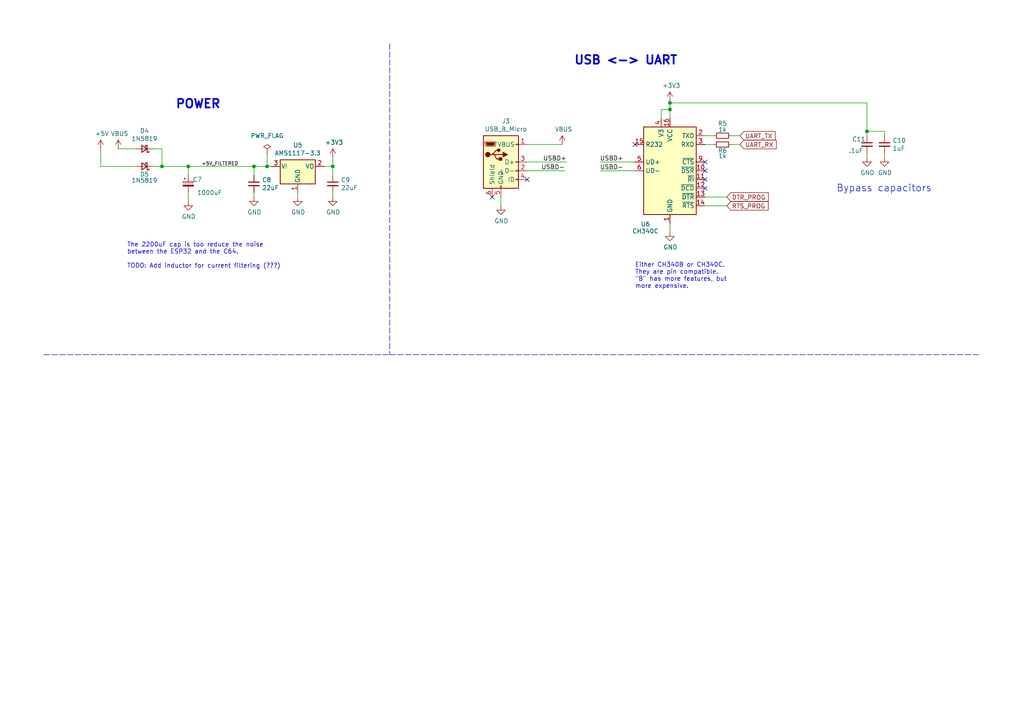
<source format=kicad_sch>
(kicad_sch (version 20211123) (generator eeschema)
  (paper "A4")
  (title_block (title "Unijoysticle 2 C64") (date "2022-07-17") (rev "A") (company "Ricardo Quesada"))
  (lib_symbols
    (symbol "Connector:USB_B_Micro" (pin_names (offset 1.016))
      (property "Reference" "J" (at -5.08 11.43 0))
      (property "Value" "USB_B_Micro" (at -5.08 8.89 0))
      (symbol "USB_B_Micro_0_1"
        (rectangle (start -5.08 -7.62) (end 5.08 7.62) (stroke (width 0.254)) (fill (type background)))
        (circle (center -3.81 2.159) (radius 0.635) (stroke (width 0.254)) (fill (type outline)))
        (circle (center -0.635 3.429) (radius 0.381) (stroke (width 0.254)) (fill (type outline)))
        (rectangle (start -0.127 -7.62) (end 0.127 -6.858))
        (polyline (pts (xy -1.905 2.159) (xy 0.635 2.159)) (stroke (width 0.254)))
        (polyline (pts (xy -3.175 2.159) (xy -2.54 2.159) (xy -1.27 3.429) (xy -0.635 3.429)) (stroke (width 0.254)))
        (polyline (pts (xy -2.54 2.159) (xy -1.905 2.159) (xy -1.27 0.889) (xy 0 0.889)) (stroke (width 0.254)))
        (polyline (pts (xy 0.635 2.794) (xy 0.635 1.524) (xy 1.905 2.159) (xy 0.635 2.794)) (stroke (width 0.254)) (fill (type outline)))
        (polyline (pts (xy -4.318 5.588) (xy -1.778 5.588) (xy -2.032 4.826) (xy -4.064 4.826) (xy -4.318 5.588)) (fill (type outline)))
        (polyline (pts (xy -4.699 5.842) (xy -4.699 5.588) (xy -4.445 4.826) (xy -4.445 4.572) (xy -1.651 4.572) (xy -1.651 4.826) (xy -1.397 5.588) (xy -1.397 5.842) (xy -4.699 5.842)))
        (rectangle (start 0.254 1.27) (end -0.508 0.508) (stroke (width 0.254)) (fill (type outline)))
        (rectangle (start 5.08 -5.207) (end 4.318 -4.953))
        (rectangle (start 5.08 -2.667) (end 4.318 -2.413))
        (rectangle (start 5.08 -0.127) (end 4.318 0.127))
        (rectangle (start 5.08 4.953) (end 4.318 5.207))
      )
      (symbol "USB_B_Micro_1_1"
        (pin power_out line (at 7.62 5.08 180) (length 2.54) (name "VBUS") (number "1"))
        (pin bidirectional line (at 7.62 -2.54 180) (length 2.54) (name "D-") (number "2"))
        (pin bidirectional line (at 7.62 0 180) (length 2.54) (name "D+") (number "3"))
        (pin passive line (at 7.62 -5.08 180) (length 2.54) (name "ID") (number "4"))
        (pin power_out line (at 0 -10.16 90) (length 2.54) (name "GND") (number "5"))
        (pin passive line (at -2.54 -10.16 90) (length 2.54) (name "Shield") (number "6"))
      )
    )
    (symbol "Device:C_Polarized_Small" (pin_numbers hide) (pin_names (offset 0.254) hide)
      (property "Reference" "C" (at 0.254 1.778 0))
      (property "Value" "C_Polarized_Small" (at 0.254 -2.032 0))
      (symbol "C_Polarized_Small_0_1"
        (rectangle (start -1.524 -0.3048) (end 1.524 -0.6858) (fill (type outline)))
        (rectangle (start -1.524 0.6858) (end 1.524 0.3048))
        (polyline (pts (xy -1.27 1.524) (xy -0.762 1.524)))
        (polyline (pts (xy -1.016 1.27) (xy -1.016 1.778)))
      )
      (symbol "C_Polarized_Small_1_1"
        (pin passive line (at 0 2.54 270) (length 1.8542) (name "~") (number "1"))
        (pin passive line (at 0 -2.54 90) (length 1.8542) (name "~") (number "2"))
      )
    )
    (symbol "Device:C_Small" (pin_numbers hide) (pin_names (offset 0.254) hide)
      (property "Reference" "C" (at 0.254 1.778 0))
      (property "Value" "C_Small" (at 0.254 -2.032 0))
      (symbol "C_Small_0_1"
        (polyline (pts (xy -1.524 -0.508) (xy 1.524 -0.508)) (stroke (width 0.3302)))
        (polyline (pts (xy -1.524 0.508) (xy 1.524 0.508)) (stroke (width 0.3048)))
      )
      (symbol "C_Small_1_1"
        (pin passive line (at 0 2.54 270) (length 2.032) (name "~") (number "1"))
        (pin passive line (at 0 -2.54 90) (length 2.032) (name "~") (number "2"))
      )
    )
    (symbol "Device:D_Schottky_Small" (pin_numbers hide) (pin_names (offset 0.254) hide)
      (property "Reference" "D" (at -1.27 2.032 0))
      (property "Value" "D_Schottky_Small" (at -7.112 -2.032 0))
      (symbol "D_Schottky_Small_0_1"
        (polyline (pts (xy -0.762 0) (xy 0.762 0)))
        (polyline (pts (xy 0.762 -1.016) (xy -0.762 0) (xy 0.762 1.016) (xy 0.762 -1.016)) (stroke (width 0.254)))
        (polyline (pts (xy -1.27 0.762) (xy -1.27 1.016) (xy -0.762 1.016) (xy -0.762 -1.016) (xy -0.254 -1.016) (xy -0.254 -0.762)) (stroke (width 0.254)))
      )
      (symbol "D_Schottky_Small_1_1"
        (pin passive line (at -2.54 0 0) (length 1.778) (name "K") (number "1"))
        (pin passive line (at 2.54 0 180) (length 1.778) (name "A") (number "2"))
      )
    )
    (symbol "Device:R_Small" (pin_numbers hide) (pin_names (offset 0.254) hide)
      (property "Reference" "R" (at 0.762 0.508 0))
      (property "Value" "R_Small" (at 0.762 -1.016 0))
      (symbol "R_Small_0_1"
        (rectangle (start -0.762 1.778) (end 0.762 -1.778) (stroke (width 0.2032)))
      )
      (symbol "R_Small_1_1"
        (pin passive line (at 0 2.54 270) (length 0.762) (name "~") (number "1"))
        (pin passive line (at 0 -2.54 90) (length 0.762) (name "~") (number "2"))
      )
    )
    (symbol "Interface_USB:CH340C"
      (property "Reference" "U" (at -5.08 13.97 0))
      (property "Value" "CH340C" (at 1.27 13.97 0))
      (symbol "CH340C_0_1"
        (rectangle (start -7.62 12.7) (end 7.62 -12.7) (stroke (width 0.254)) (fill (type background)))
      )
      (symbol "CH340C_1_1"
        (pin power_in line (at 0 -15.24 90) (length 2.54) (name "GND") (number "1"))
        (pin input line (at 10.16 0 180) (length 2.54) (name "~{DSR}") (number "10"))
        (pin input line (at 10.16 -2.54 180) (length 2.54) (name "~{RI}") (number "11"))
        (pin input line (at 10.16 -5.08 180) (length 2.54) (name "~{DCD}") (number "12"))
        (pin output line (at 10.16 -7.62 180) (length 2.54) (name "~{DTR}") (number "13"))
        (pin output line (at 10.16 -10.16 180) (length 2.54) (name "~{RTS}") (number "14"))
        (pin input line (at -10.16 7.62 0) (length 2.54) (name "R232") (number "15"))
        (pin power_in line (at 0 15.24 270) (length 2.54) (name "VCC") (number "16"))
        (pin output line (at 10.16 10.16 180) (length 2.54) (name "TXD") (number "2"))
        (pin input line (at 10.16 7.62 180) (length 2.54) (name "RXD") (number "3"))
        (pin passive line (at -2.54 15.24 270) (length 2.54) (name "V3") (number "4"))
        (pin bidirectional line (at -10.16 2.54 0) (length 2.54) (name "UD+") (number "5"))
        (pin bidirectional line (at -10.16 0 0) (length 2.54) (name "UD-") (number "6"))
        (pin no_connect line (at -7.62 -7.62 0) (length 2.54) hide (name "NC") (number "7"))
        (pin no_connect line (at -7.62 -10.16 0) (length 2.54) hide (name "NC") (number "8"))
        (pin input line (at 10.16 2.54 180) (length 2.54) (name "~{CTS}") (number "9"))
      )
    )
    (symbol "Regulator_Linear:AMS1117-3.3" (pin_names (offset 0.254))
      (property "Reference" "U" (at -3.81 3.175 0))
      (property "Value" "AMS1117-3.3" (at 0 3.175 0))
      (symbol "AMS1117-3.3_0_1"
        (rectangle (start -5.08 -5.08) (end 5.08 1.905) (stroke (width 0.254)) (fill (type background)))
      )
      (symbol "AMS1117-3.3_1_1"
        (pin power_in line (at 0 -7.62 90) (length 2.54) (name "GND") (number "1"))
        (pin power_out line (at 7.62 0 180) (length 2.54) (name "VO") (number "2"))
        (pin power_in line (at -7.62 0 0) (length 2.54) (name "VI") (number "3"))
      )
    )
    (symbol "power:+3V3" (power) (pin_names (offset 0))
      (property "Value" "+3V3" (at 0 3.556 0))
      (symbol "+3V3_0_1"
        (polyline (pts (xy -0.762 1.27) (xy 0 2.54)))
        (polyline (pts (xy 0 0) (xy 0 2.54)))
        (polyline (pts (xy 0 2.54) (xy 0.762 1.27)))
      )
      (symbol "+3V3_1_1"
        (pin power_in line (at 0 0 90) (length 0) hide (name "+3V3") (number "1"))
      )
    )
    (symbol "power:+5V" (power) (pin_names (offset 0))
      (property "Value" "+5V" (at 0 3.556 0))
      (symbol "+5V_0_1"
        (polyline (pts (xy -0.762 1.27) (xy 0 2.54)))
        (polyline (pts (xy 0 0) (xy 0 2.54)))
        (polyline (pts (xy 0 2.54) (xy 0.762 1.27)))
      )
      (symbol "+5V_1_1"
        (pin power_in line (at 0 0 90) (length 0) hide (name "+5V") (number "1"))
      )
    )
    (symbol "power:GND" (power) (pin_names (offset 0))
      (property "Value" "GND" (at 0 -3.81 0))
      (symbol "GND_0_1"
        (polyline (pts (xy 0 0) (xy 0 -1.27) (xy 1.27 -1.27) (xy 0 -2.54) (xy -1.27 -1.27) (xy 0 -1.27)))
      )
      (symbol "GND_1_1"
        (pin power_in line (at 0 0 270) (length 0) hide (name "GND") (number "1"))
      )
    )
    (symbol "power:PWR_FLAG" (power) (pin_numbers hide) (pin_names (offset 0) hide)
      (property "Value" "PWR_FLAG" (at 0 3.81 0))
      (symbol "PWR_FLAG_0_0"
        (pin power_out line (at 0 0 90) (length 0) (name "pwr") (number "1"))
      )
      (symbol "PWR_FLAG_0_1"
        (polyline (pts (xy 0 0) (xy 0 1.27) (xy -1.016 1.905) (xy 0 2.54) (xy 1.016 1.905) (xy 0 1.27)))
      )
    )
    (symbol "power:VBUS" (power) (pin_names (offset 0))
      (property "Value" "VBUS" (at 0 3.81 0))
      (symbol "VBUS_0_1"
        (polyline (pts (xy -0.762 1.27) (xy 0 2.54)))
        (polyline (pts (xy 0 0) (xy 0 2.54)))
        (polyline (pts (xy 0 2.54) (xy 0.762 1.27)))
      )
      (symbol "VBUS_1_1"
        (pin power_in line (at 0 0 90) (length 0) hide (name "VBUS") (number "1"))
      )
    )
  )
  (junction (at 194.31 29.845))
  (junction (at 194.31 31.75))
  (junction (at 77.47 48.26))
  (junction (at 96.52 48.26))
  (junction (at 251.46 38.1))
  (junction (at 73.66 48.26))
  (junction (at 46.99 48.26))
  (junction (at 54.61 48.26))
  (no_connect (at 204.47 46.99))
  (no_connect (at 204.47 49.53))
  (no_connect (at 204.47 52.07))
  (no_connect (at 204.47 54.61))
  (no_connect (at 152.908 52.07))
  (no_connect (at 184.15 41.91))
  (no_connect (at 142.748 57.15))
  (wire (pts (xy 86.36 55.88) (xy 86.36 57.15)))
  (wire (pts (xy 73.66 48.26) (xy 73.66 50.8)))
  (wire (pts (xy 256.54 44.45) (xy 256.54 45.72)))
  (wire (pts (xy 29.21 48.26) (xy 29.21 43.18)))
  (polyline (pts (xy 12.7 102.87) (xy 113.03 102.87)))
  (wire (pts (xy 194.31 31.75) (xy 194.31 34.29)))
  (wire (pts (xy 96.52 55.88) (xy 96.52 57.15)))
  (wire (pts (xy 145.288 57.15) (xy 145.288 59.69)))
  (wire (pts (xy 96.52 48.26) (xy 96.52 50.8)))
  (wire (pts (xy 96.52 48.26) (xy 93.98 48.26)))
  (wire (pts (xy 204.47 41.91) (xy 207.01 41.91)))
  (wire (pts (xy 251.46 38.1) (xy 251.46 39.37)))
  (wire (pts (xy 73.66 48.26) (xy 77.47 48.26)))
  (wire (pts (xy 152.908 41.91) (xy 163.068 41.91)))
  (wire (pts (xy 152.908 49.53) (xy 163.83 49.53)))
  (wire (pts (xy 191.77 31.75) (xy 191.77 34.29)))
  (wire (pts (xy 46.99 48.26) (xy 54.61 48.26)))
  (wire (pts (xy 152.908 46.99) (xy 164.338 46.99)))
  (wire (pts (xy 46.99 43.18) (xy 46.99 48.26)))
  (wire (pts (xy 204.47 39.37) (xy 207.01 39.37)))
  (wire (pts (xy 204.47 57.15) (xy 210.82 57.15)))
  (wire (pts (xy 54.61 48.26) (xy 54.61 50.8)))
  (wire (pts (xy 251.46 38.1) (xy 256.54 38.1)))
  (wire (pts (xy 194.31 29.21) (xy 194.31 29.845)))
  (wire (pts (xy 204.47 59.69) (xy 210.82 59.69)))
  (wire (pts (xy 96.52 45.72) (xy 96.52 48.26)))
  (wire (pts (xy 194.31 29.845) (xy 251.46 29.845)))
  (wire (pts (xy 194.31 29.845) (xy 194.31 31.75)))
  (wire (pts (xy 29.21 48.26) (xy 39.37 48.26)))
  (wire (pts (xy 44.45 48.26) (xy 46.99 48.26)))
  (wire (pts (xy 173.99 49.53) (xy 184.15 49.53)))
  (wire (pts (xy 39.37 43.18) (xy 34.29 43.18)))
  (wire (pts (xy 173.99 46.99) (xy 184.15 46.99)))
  (polyline (pts (xy 145.542 50.546) (xy 145.542 49.276)))
  (wire (pts (xy 73.66 57.15) (xy 73.66 55.88)))
  (wire (pts (xy 256.54 38.1) (xy 256.54 39.37)))
  (wire (pts (xy 251.46 29.845) (xy 251.46 38.1)))
  (wire (pts (xy 212.09 39.37) (xy 214.63 39.37)))
  (wire (pts (xy 251.46 44.45) (xy 251.46 45.72)))
  (wire (pts (xy 194.31 31.75) (xy 191.77 31.75)))
  (polyline (pts (xy 113.03 12.7) (xy 113.03 102.87)))
  (wire (pts (xy 212.09 41.91) (xy 214.63 41.91)))
  (wire (pts (xy 54.61 48.26) (xy 73.66 48.26)))
  (wire (pts (xy 44.45 43.18) (xy 46.99 43.18)))
  (wire (pts (xy 77.47 44.45) (xy 77.47 48.26)))
  (wire (pts (xy 194.31 64.77) (xy 194.31 67.31)))
  (wire (pts (xy 77.47 48.26) (xy 78.74 48.26)))
  (polyline (pts (xy 113.03 102.87) (xy 284.48 102.87)))
  (wire (pts (xy 54.61 55.88) (xy 54.61 58.42)))
  (text "Either CH340B or CH340C.\nThey are pin compatible.\n\"B\" has more features, but\nmore expensive." (at 184.15 83.82 0) (effects (font (size 1.27 1.27)) (justify left bottom)))
  (text "Bypass capacitors" (at 242.57 55.88 0) (effects (font (size 2 2)) (justify left bottom)))
  (text "The 2200uF cap is too reduce the noise\nbetween the ESP32 and the C64.\n\nTODO: Add inductor for current filtering (???)\n\n" (at 36.83 80.01 0) (effects (font (size 1.27 1.27)) (justify left bottom)))
  (text "USB <-> UART" (at 166.37 19.05 0) (effects (font (size 2.4892 2.4892) (thickness 0.4978) bold) (justify left bottom)))
  (text "POWER" (at 50.8 31.75 0) (effects (font (size 2.4892 2.4892) (thickness 0.4978) bold) (justify left bottom)))
  (label "USBD-" (at 163.83 49.53 180))
  (label "USBD+" (at 173.99 46.99 0))
  (label "USBD-" (at 173.99 49.53 0))
  (label "USBD+" (at 164.338 46.99 180))
  (label "+5V_FILTERED" (at 58.42 48.26 0) (effects (font (size 1 1))))
  (global_label "RTS_PROG" (shape input) (at 210.82 59.69 0) (property "Intersheet References" "${INTERSHEET_REFS}" (effects hide)))
  (global_label "DTR_PROG" (shape input) (at 210.82 57.15 0) (property "Intersheet References" "${INTERSHEET_REFS}" (effects hide)))
  (global_label "UART_RX" (shape input) (at 214.63 41.91 0) (property "Intersheet References" "${INTERSHEET_REFS}" (effects hide)))
  (global_label "UART_TX" (shape input) (at 214.63 39.37 0) (property "Intersheet References" "${INTERSHEET_REFS}" (effects hide)))
  (symbol (lib_id "power:VBUS") (at 163.068 41.91 0) (unit 1)
    (property "Reference" "#PWR025" (effects hide))
    (property "Value" "VBUS" (at 163.449 37.5158 0))
  )
  (symbol (lib_id "Device:C_Small") (at 73.66 53.34 0) (unit 1)
    (property "Reference" "C8" (at 75.9968 52.1716 0) (effects (justify left)))
    (property "Value" "22uF" (at 75.9968 54.483 0) (effects (justify left)))
    (property "Footprint" "Capacitor_SMD:C_0805_2012Metric_Pad1.18x1.45mm_HandSolder" (effects hide))
  )
  (symbol (lib_id "power:GND") (at 86.36 57.15 0) (unit 1)
    (property "Reference" "#PWR026" (effects hide))
    (property "Value" "GND" (at 86.487 61.5442 0))
  )
  (symbol (lib_id "power:GND") (at 73.66 57.15 0) (unit 1)
    (property "Reference" "#PWR024" (effects hide))
    (property "Value" "GND" (at 73.787 61.5442 0))
  )
  (symbol (lib_id "Device:C_Small") (at 96.52 53.34 0) (unit 1)
    (property "Reference" "C9" (at 98.8568 52.1716 0) (effects (justify left)))
    (property "Value" "22uF" (at 98.8568 54.483 0) (effects (justify left)))
    (property "Footprint" "Capacitor_SMD:C_0805_2012Metric_Pad1.18x1.45mm_HandSolder" (effects hide))
  )
  (symbol (lib_id "power:GND") (at 96.52 57.15 0) (unit 1)
    (property "Reference" "#PWR029" (effects hide))
    (property "Value" "GND" (at 96.647 61.5442 0))
  )
  (symbol (lib_id "power:+3V3") (at 96.52 45.72 0) (unit 1)
    (property "Reference" "#PWR028" (effects hide))
    (property "Value" "+3V3" (at 96.901 41.3258 0))
  )
  (symbol (lib_id "Regulator_Linear:AMS1117-3.3") (at 86.36 48.26 0) (unit 1)
    (property "Reference" "U5" (at 86.36 42.1132 0))
    (property "Value" "AMS1117-3.3" (at 86.36 44.4246 0))
    (property "Footprint" "Package_TO_SOT_SMD:SOT-223-3_TabPin2" (effects hide))
    (property "Datasheet" "http://www.advanced-monolithic.com/pdf/ds1117.pdf" (effects hide))
  )
  (symbol (lib_id "Interface_USB:CH340C") (at 194.31 49.53 0) (unit 1)
    (property "Reference" "U6" (at 187.198 65.024 0))
    (property "Value" "CH340C" (at 187.198 67.056 0))
    (property "Footprint" "Package_SO:SOIC-16_3.9x9.9mm_P1.27mm" (effects hide))
    (property "Datasheet" "https://datasheet.lcsc.com/szlcsc/Jiangsu-Qin-Heng-CH340C_C84681.pdf" (effects hide))
  )
  (symbol (lib_id "power:GND") (at 251.46 45.72 0) (unit 1)
    (property "Reference" "#PWR0103" (effects hide))
    (property "Value" "GND" (at 251.587 50.1142 0))
  )
  (symbol (lib_id "Device:C_Small") (at 251.46 41.91 0) (unit 1)
    (property "Reference" "C11" (at 247.142 40.386 0) (effects (justify left)))
    (property "Value" ".1uF" (at 246.126 43.688 0) (effects (justify left)))
    (property "Footprint" "Capacitor_SMD:C_0805_2012Metric_Pad1.18x1.45mm_HandSolder" (effects hide))
  )
  (symbol (lib_id "power:VBUS") (at 34.29 43.18 0) (unit 1)
    (property "Reference" "#PWR022" (effects hide))
    (property "Value" "VBUS" (at 34.671 38.7858 0))
  )
  (symbol (lib_id "power:GND") (at 54.61 58.42 0) (unit 1)
    (property "Reference" "#PWR018" (effects hide))
    (property "Value" "GND" (at 54.737 62.8142 0))
  )
  (symbol (lib_id "Device:R_Small") (at 209.55 39.37 270) (unit 1)
    (property "Reference" "R5" (at 209.55 35.814 90))
    (property "Value" "1k" (at 209.55 37.592 90))
    (property "Footprint" "Resistor_SMD:R_0805_2012Metric_Pad1.20x1.40mm_HandSolder" (effects hide))
  )
  (symbol (lib_id "power:+3V3") (at 194.31 29.21 0) (unit 1)
    (property "Reference" "#PWR0101" (effects hide))
    (property "Value" "+3V3" (at 194.691 24.8158 0))
  )
  (symbol (lib_id "power:GND") (at 194.31 67.31 0) (unit 1)
    (property "Reference" "#PWR0102" (effects hide))
    (property "Value" "GND" (at 194.437 71.7042 0))
  )
  (symbol (lib_id "Device:C_Small") (at 256.54 41.91 0) (unit 1)
    (property "Reference" "C10" (at 258.8768 40.7416 0) (effects (justify left)))
    (property "Value" "1uF" (at 258.8768 43.053 0) (effects (justify left)))
    (property "Footprint" "Capacitor_SMD:C_0805_2012Metric_Pad1.18x1.45mm_HandSolder" (effects hide))
  )
  (symbol (lib_id "power:GND") (at 256.54 45.72 0) (unit 1)
    (property "Reference" "#PWR0106" (effects hide))
    (property "Value" "GND" (at 256.667 50.1142 0))
  )
  (symbol (lib_id "power:GND") (at 145.288 59.69 0) (unit 1)
    (property "Reference" "#PWR0107" (effects hide))
    (property "Value" "GND" (at 145.415 64.0842 0))
  )
  (symbol (lib_id "Device:R_Small") (at 209.55 41.91 270) (unit 1)
    (property "Reference" "R6" (at 209.55 43.688 90))
    (property "Value" "1k" (at 209.55 45.212 90))
    (property "Footprint" "Resistor_SMD:R_0805_2012Metric_Pad1.20x1.40mm_HandSolder" (effects hide))
  )
  (symbol (lib_id "Device:D_Schottky_Small") (at 41.91 43.18 180) (unit 1)
    (property "Reference" "D4" (at 41.91 37.9222 0))
    (property "Value" "1N5819" (at 41.91 40.2336 0))
    (property "Footprint" "Diode_SMD:D_SOD-123" (effects hide))
  )
  (symbol (lib_id "Device:D_Schottky_Small") (at 41.91 48.26 180) (unit 1)
    (property "Reference" "D5" (at 41.91 50.546 0))
    (property "Value" "1N5819" (at 41.91 52.324 0))
    (property "Footprint" "Diode_SMD:D_SOD-123" (effects hide))
  )
  (symbol (lib_id "Connector:USB_B_Micro") (at 145.288 46.99 0) (unit 1)
    (property "Reference" "J3" (at 146.7358 35.1282 0))
    (property "Value" "USB_B_Micro" (at 146.7358 37.4396 0))
    (property "Footprint" "Connector_USB:USB_Micro-B_Amphenol_10118194_Horizontal" (effects hide))
  )
  (symbol (lib_id "power:+5V") (at 29.21 43.18 0) (unit 1)
    (property "Reference" "#PWR0109" (effects hide))
    (property "Value" "+5V" (at 29.591 38.7858 0))
  )
  (symbol (lib_id "power:PWR_FLAG") (at 77.47 44.45 0) (unit 1)
    (property "Reference" "#FLG0101" (effects hide))
    (property "Value" "PWR_FLAG" (at 77.47 39.37 0))
  )
  (symbol (lib_id "Device:C_Polarized_Small") (at 54.61 53.34 0) (unit 1)
    (property "Reference" "C7" (at 55.88 52.07 0) (effects (justify left)))
    (property "Value" "1000uF" (at 57.15 55.88 0) (effects (justify left)))
    (property "Footprint" "Capacitor_SMD:CP_Elec_10x10" (effects hide))
  )
)
</source>
